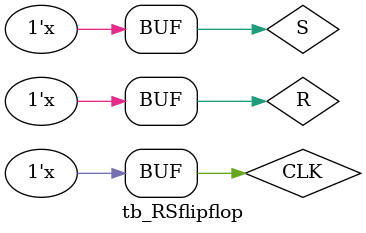
<source format=v>
`timescale 1ns / 1ps

module tb_RSflipflop;
reg S, R, CLK;
wire Q1, Q2;

RSflipflop tb_RSflipflop(.s(S), .r(R), .clk(CLK), .q1(Q1), .q2(Q2));

initial begin
CLK = 1'b1;
R = 1'b0;
S = 1'b1;
end

always begin
CLK = #50 ~CLK;
R = #50 ~R;
S = #50 ~S;
end
endmodule

</source>
